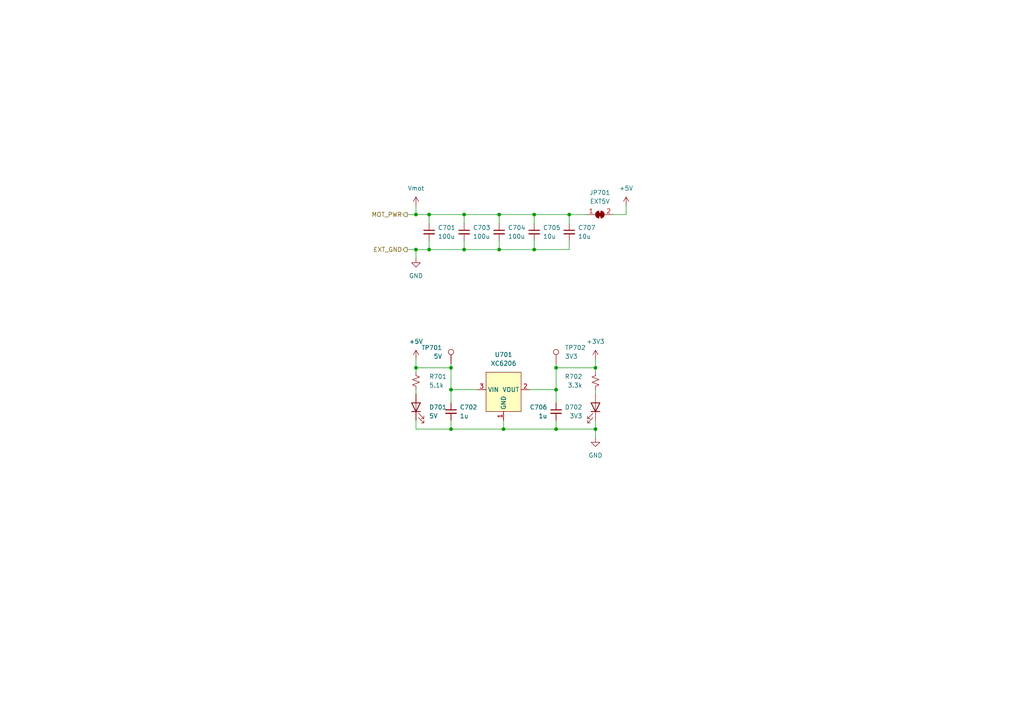
<source format=kicad_sch>
(kicad_sch (version 20230121) (generator eeschema)
  (paper "A4")
  (title_block (title "POWER SUPPLY & FILTERING") (date "2023-06-17") (rev "1.0") (company "matei repair lab"))
  (lib_symbols
    (symbol "Connector:TestPoint" (pin_numbers hide) (pin_names (offset 0.762) hide)
      (property "Reference" "TP" (at 0 6.858 0))
      (property "Value" "TestPoint" (at 0 5.08 0))
      (symbol "TestPoint_0_1"
        (circle (center 0 3.302) (radius 0.762))
      )
      (symbol "TestPoint_1_1"
        (pin passive line (at 0 0 90) (length 2.54) (name "1") (number "1"))
      )
    )
    (symbol "Device:C_Small" (pin_numbers hide) (pin_names (offset 0.254) hide)
      (property "Reference" "C" (at 0.254 1.778 0))
      (property "Value" "C_Small" (at 0.254 -2.032 0))
      (symbol "C_Small_0_1"
        (polyline (pts (xy -1.524 -0.508) (xy 1.524 -0.508)) (stroke (width 0.3302)))
        (polyline (pts (xy -1.524 0.508) (xy 1.524 0.508)) (stroke (width 0.3048)))
      )
      (symbol "C_Small_1_1"
        (pin passive line (at 0 2.54 270) (length 2.032) (name "~") (number "1"))
        (pin passive line (at 0 -2.54 90) (length 2.032) (name "~") (number "2"))
      )
    )
    (symbol "Device:LED" (pin_numbers hide) (pin_names (offset 1.016) hide)
      (property "Reference" "D" (at 0 2.54 0))
      (property "Value" "LED" (at 0 -2.54 0))
      (symbol "LED_0_1"
        (polyline (pts (xy -1.27 -1.27) (xy -1.27 1.27)) (stroke (width 0.254)))
        (polyline (pts (xy -1.27 0) (xy 1.27 0)))
        (polyline (pts (xy 1.27 -1.27) (xy 1.27 1.27) (xy -1.27 0) (xy 1.27 -1.27)) (stroke (width 0.254)))
        (polyline (pts (xy -3.048 -0.762) (xy -4.572 -2.286) (xy -3.81 -2.286) (xy -4.572 -2.286) (xy -4.572 -1.524)))
        (polyline (pts (xy -1.778 -0.762) (xy -3.302 -2.286) (xy -2.54 -2.286) (xy -3.302 -2.286) (xy -3.302 -1.524)))
      )
      (symbol "LED_1_1"
        (pin passive line (at -3.81 0 0) (length 2.54) (name "K") (number "1"))
        (pin passive line (at 3.81 0 180) (length 2.54) (name "A") (number "2"))
      )
    )
    (symbol "Device:R_Small_US" (pin_numbers hide) (pin_names (offset 0.254) hide)
      (property "Reference" "R" (at 0.762 0.508 0))
      (property "Value" "R_Small_US" (at 0.762 -1.016 0))
      (symbol "R_Small_US_1_1"
        (polyline (pts (xy 0 0) (xy 1.016 -0.381) (xy 0 -0.762) (xy -1.016 -1.143) (xy 0 -1.524)))
        (polyline (pts (xy 0 1.524) (xy 1.016 1.143) (xy 0 0.762) (xy -1.016 0.381) (xy 0 0)))
        (pin passive line (at 0 2.54 270) (length 1.016) (name "~") (number "1"))
        (pin passive line (at 0 -2.54 90) (length 1.016) (name "~") (number "2"))
      )
    )
    (symbol "Jumper:SolderJumper_2_Bridged" (pin_names (offset 0) hide)
      (property "Reference" "JP701" (at 0 6.35 0))
      (property "Value" "EXT5V" (at 0 3.81 0))
      (symbol "SolderJumper_2_Bridged_0_1"
        (rectangle (start -0.508 0.508) (end 0.508 -0.508) (fill (type outline)))
        (arc (start -0.254 1.016) (mid -1.2656 0) (end -0.254 -1.016))
        (arc (start -0.254 1.016) (mid -1.2656 0) (end -0.254 -1.016) (fill (type outline)))
        (polyline (pts (xy -0.254 1.016) (xy -0.254 -1.016)))
        (polyline (pts (xy 0.254 1.016) (xy 0.254 -1.016)))
        (arc (start 0.254 -1.016) (mid 1.2656 0) (end 0.254 1.016))
        (arc (start 0.254 -1.016) (mid 1.2656 0) (end 0.254 1.016) (fill (type outline)))
      )
      (symbol "SolderJumper_2_Bridged_1_1"
        (pin passive line (at -3.81 0 0) (length 2.54) (name "A") (number "1"))
        (pin power_out line (at 3.81 0 180) (length 2.54) (name "B") (number "2"))
      )
    )
    (symbol "matei:Vmot" (power) (pin_names (offset 0))
      (property "Value" "Vmot" (at 0 3.81 0))
      (symbol "Vmot_0_1"
        (polyline (pts (xy -0.762 1.27) (xy 0 2.54)))
        (polyline (pts (xy 0 0) (xy 0 2.54)))
        (polyline (pts (xy 0 2.54) (xy 0.762 1.27)))
      )
      (symbol "Vmot_1_1"
        (pin power_in line (at 0 0 90) (length 0) hide (name "Vmot") (number "1"))
      )
    )
    (symbol "matei:XC6206"
      (property "Reference" "U" (at -3.81 6.35 0))
      (property "Value" "XC6206" (at 0 2.54 0))
      (symbol "XC6206_0_1"
        (rectangle (start -5.08 5.08) (end 5.08 -6.35) (stroke (width 0.1524)) (fill (type background)))
      )
      (symbol "XC6206_1_1"
        (pin power_out line (at 0 -8.89 90) (length 2.54) (name "GND") (number "1"))
        (pin power_out line (at 7.62 0 180) (length 2.54) (name "VOUT") (number "2"))
        (pin power_in line (at -7.62 0 0) (length 2.54) (name "VIN") (number "3"))
      )
    )
    (symbol "power:+3V3" (power) (pin_names (offset 0))
      (property "Value" "+3V3" (at 0 3.556 0))
      (symbol "+3V3_0_1"
        (polyline (pts (xy -0.762 1.27) (xy 0 2.54)))
        (polyline (pts (xy 0 0) (xy 0 2.54)))
        (polyline (pts (xy 0 2.54) (xy 0.762 1.27)))
      )
      (symbol "+3V3_1_1"
        (pin power_in line (at 0 0 90) (length 0) hide (name "+3V3") (number "1"))
      )
    )
    (symbol "power:+5V" (power) (pin_names (offset 0))
      (property "Value" "+5V" (at 0 3.556 0))
      (symbol "+5V_0_1"
        (polyline (pts (xy -0.762 1.27) (xy 0 2.54)))
        (polyline (pts (xy 0 0) (xy 0 2.54)))
        (polyline (pts (xy 0 2.54) (xy 0.762 1.27)))
      )
      (symbol "+5V_1_1"
        (pin power_in line (at 0 0 90) (length 0) hide (name "+5V") (number "1"))
      )
    )
    (symbol "power:GND" (power) (pin_names (offset 0))
      (property "Value" "GND" (at 0 -3.81 0))
      (symbol "GND_0_1"
        (polyline (pts (xy 0 0) (xy 0 -1.27) (xy 1.27 -1.27) (xy 0 -2.54) (xy -1.27 -1.27) (xy 0 -1.27)))
      )
      (symbol "GND_1_1"
        (pin power_in line (at 0 0 270) (length 0) hide (name "GND") (number "1"))
      )
    )
  )
  (junction (at 144.78 62.23))
  (junction (at 124.46 62.23))
  (junction (at 130.81 124.46))
  (junction (at 161.29 113.03))
  (junction (at 130.81 106.68))
  (junction (at 154.94 72.39))
  (junction (at 134.62 72.39))
  (junction (at 120.65 106.68))
  (junction (at 161.29 124.46))
  (junction (at 144.78 72.39))
  (junction (at 124.46 72.39))
  (junction (at 130.81 113.03))
  (junction (at 120.65 72.39))
  (junction (at 154.94 62.23))
  (junction (at 172.72 124.46))
  (junction (at 172.72 106.68))
  (junction (at 134.62 62.23))
  (junction (at 146.05 124.46))
  (junction (at 120.65 62.23))
  (junction (at 165.1 62.23))
  (junction (at 161.29 106.68))
  (wire (pts (xy 161.29 121.92) (xy 161.29 124.46)))
  (wire (pts (xy 130.81 124.46) (xy 146.05 124.46)))
  (wire (pts (xy 124.46 62.23) (xy 134.62 62.23)))
  (wire (pts (xy 161.29 113.03) (xy 161.29 116.84)))
  (wire (pts (xy 124.46 69.85) (xy 124.46 72.39)))
  (wire (pts (xy 130.81 106.68) (xy 130.81 113.03)))
  (wire (pts (xy 120.65 106.68) (xy 120.65 107.95)))
  (wire (pts (xy 120.65 121.92) (xy 120.65 124.46)))
  (wire (pts (xy 154.94 62.23) (xy 154.94 64.77)))
  (wire (pts (xy 120.65 124.46) (xy 130.81 124.46)))
  (wire (pts (xy 154.94 69.85) (xy 154.94 72.39)))
  (wire (pts (xy 161.29 106.68) (xy 161.29 113.03)))
  (wire (pts (xy 144.78 62.23) (xy 144.78 64.77)))
  (wire (pts (xy 134.62 72.39) (xy 144.78 72.39)))
  (wire (pts (xy 161.29 105.41) (xy 161.29 106.68)))
  (wire (pts (xy 165.1 69.85) (xy 165.1 72.39)))
  (wire (pts (xy 146.05 121.92) (xy 146.05 124.46)))
  (wire (pts (xy 144.78 62.23) (xy 154.94 62.23)))
  (wire (pts (xy 130.81 105.41) (xy 130.81 106.68)))
  (wire (pts (xy 118.11 72.39) (xy 120.65 72.39)))
  (wire (pts (xy 124.46 62.23) (xy 124.46 64.77)))
  (wire (pts (xy 120.65 72.39) (xy 120.65 74.93)))
  (wire (pts (xy 172.72 121.92) (xy 172.72 124.46)))
  (wire (pts (xy 120.65 104.14) (xy 120.65 106.68)))
  (wire (pts (xy 130.81 106.68) (xy 120.65 106.68)))
  (wire (pts (xy 120.65 113.03) (xy 120.65 114.3)))
  (wire (pts (xy 144.78 72.39) (xy 154.94 72.39)))
  (wire (pts (xy 177.8 62.23) (xy 181.61 62.23)))
  (wire (pts (xy 134.62 62.23) (xy 134.62 64.77)))
  (wire (pts (xy 165.1 62.23) (xy 165.1 64.77)))
  (wire (pts (xy 161.29 106.68) (xy 172.72 106.68)))
  (wire (pts (xy 172.72 124.46) (xy 161.29 124.46)))
  (wire (pts (xy 120.65 59.69) (xy 120.65 62.23)))
  (wire (pts (xy 172.72 113.03) (xy 172.72 114.3)))
  (wire (pts (xy 138.43 113.03) (xy 130.81 113.03)))
  (wire (pts (xy 165.1 62.23) (xy 170.18 62.23)))
  (wire (pts (xy 146.05 124.46) (xy 161.29 124.46)))
  (wire (pts (xy 144.78 69.85) (xy 144.78 72.39)))
  (wire (pts (xy 153.67 113.03) (xy 161.29 113.03)))
  (wire (pts (xy 120.65 62.23) (xy 124.46 62.23)))
  (wire (pts (xy 120.65 62.23) (xy 118.11 62.23)))
  (wire (pts (xy 130.81 113.03) (xy 130.81 116.84)))
  (wire (pts (xy 172.72 124.46) (xy 172.72 127)))
  (wire (pts (xy 154.94 72.39) (xy 165.1 72.39)))
  (wire (pts (xy 120.65 72.39) (xy 124.46 72.39)))
  (wire (pts (xy 134.62 69.85) (xy 134.62 72.39)))
  (wire (pts (xy 154.94 62.23) (xy 165.1 62.23)))
  (wire (pts (xy 181.61 62.23) (xy 181.61 59.69)))
  (wire (pts (xy 130.81 121.92) (xy 130.81 124.46)))
  (wire (pts (xy 124.46 72.39) (xy 134.62 72.39)))
  (wire (pts (xy 172.72 106.68) (xy 172.72 107.95)))
  (wire (pts (xy 134.62 62.23) (xy 144.78 62.23)))
  (wire (pts (xy 172.72 104.14) (xy 172.72 106.68)))
  (hierarchical_label "EXT_GND" (shape output) (at 118.11 72.39 180))
  (hierarchical_label "MOT_PWR" (shape output) (at 118.11 62.23 180))
  (symbol (lib_id "Device:C_Small") (at 165.1 67.31 0) (unit 1)
    (property "Reference" "C707" (at 167.64 66.0463 0) (effects (justify left)))
    (property "Value" "10u" (at 167.64 68.5863 0) (effects (justify left)))
    (property "Footprint" "Capacitor_SMD:C_0402_1005Metric" (effects hide))
  )
  (symbol (lib_id "Device:R_Small_US") (at 172.72 110.49 0) (mirror y) (unit 1)
    (property "Reference" "R702" (at 168.91 109.22 0) (effects (justify left)))
    (property "Value" "3.3k" (at 168.91 111.76 0) (effects (justify left)))
    (property "Footprint" "Resistor_SMD:R_0402_1005Metric" (effects hide))
  )
  (symbol (lib_id "power:GND") (at 172.72 127 0) (unit 1)
    (property "Reference" "#PWR0705" (effects hide))
    (property "Value" "GND" (at 172.72 132.08 0))
  )
  (symbol (lib_id "Device:C_Small") (at 130.81 119.38 0) (unit 1)
    (property "Reference" "C702" (at 133.35 118.1163 0) (effects (justify left)))
    (property "Value" "1u" (at 133.35 120.6563 0) (effects (justify left)))
    (property "Footprint" "Capacitor_SMD:C_0402_1005Metric" (effects hide))
  )
  (symbol (lib_id "matei:XC6206") (at 146.05 113.03 0) (unit 1)
    (property "Reference" "U701" (at 146.05 102.87 0))
    (property "Value" "XC6206" (at 146.05 105.41 0))
    (property "Footprint" "Package_TO_SOT_SMD:SOT-23" (effects hide))
    (property "Datasheet" "https://datasheet.lcsc.com/lcsc/1809201513_Torex-Semicon-XC6206P332MR_C5446.pdf" (effects hide))
  )
  (symbol (lib_id "Device:C_Small") (at 161.29 119.38 0) (mirror y) (unit 1)
    (property "Reference" "C706" (at 158.75 118.1163 0) (effects (justify left)))
    (property "Value" "1u" (at 158.75 120.6563 0) (effects (justify left)))
    (property "Footprint" "Capacitor_SMD:C_0402_1005Metric" (effects hide))
  )
  (symbol (lib_id "Device:C_Small") (at 144.78 67.31 0) (unit 1)
    (property "Reference" "C704" (at 147.32 66.0463 0) (effects (justify left)))
    (property "Value" "100u" (at 147.32 68.5863 0) (effects (justify left)))
    (property "Footprint" "Capacitor_SMD:C_1206_3216Metric" (effects hide))
  )
  (symbol (lib_id "Device:LED") (at 172.72 118.11 270) (mirror x) (unit 1)
    (property "Reference" "D702" (at 168.91 118.11 90) (effects (justify right)))
    (property "Value" "3V3" (at 168.91 120.65 90) (effects (justify right)))
    (property "Footprint" "Diode_SMD:D_0603_1608Metric" (effects hide))
  )
  (symbol (lib_id "Device:R_Small_US") (at 120.65 110.49 0) (unit 1)
    (property "Reference" "R701" (at 124.46 109.22 0) (effects (justify left)))
    (property "Value" "5.1k" (at 124.46 111.76 0) (effects (justify left)))
    (property "Footprint" "Resistor_SMD:R_0402_1005Metric" (effects hide))
  )
  (symbol (lib_id "Connector:TestPoint") (at 130.81 105.41 0) (mirror y) (unit 1)
    (property "Reference" "TP701" (at 128.27 100.838 0) (effects (justify left)))
    (property "Value" "5V" (at 128.27 103.378 0) (effects (justify left)))
    (property "Footprint" "TestPoint:TestPoint_Pad_D1.0mm" (effects hide))
  )
  (symbol (lib_id "Device:LED") (at 120.65 118.11 90) (unit 1)
    (property "Reference" "D701" (at 124.46 118.11 90) (effects (justify right)))
    (property "Value" "5V" (at 124.46 120.65 90) (effects (justify right)))
    (property "Footprint" "Diode_SMD:D_0603_1608Metric" (effects hide))
  )
  (symbol (lib_id "power:GND") (at 120.65 74.93 0) (unit 1)
    (property "Reference" "#PWR0702" (effects hide))
    (property "Value" "GND" (at 120.65 80.01 0))
  )
  (symbol (lib_id "matei:Vmot") (at 120.65 59.69 0) (unit 1)
    (property "Reference" "#PWR0701" (effects hide))
    (property "Value" "Vmot" (at 120.65 54.61 0))
  )
  (symbol (lib_id "Jumper:SolderJumper_2_Bridged") (at 173.99 62.23 0) (unit 1) (in_bom no)
    (property "Reference" "JP701" (at 173.99 55.88 0))
    (property "Value" "EXT5V" (at 173.99 58.42 0))
    (property "Footprint" "Jumper:SolderJumper-2_P1.3mm_Bridged_RoundedPad1.0x1.5mm" (effects hide))
  )
  (symbol (lib_id "power:+5V") (at 120.65 104.14 0) (unit 1)
    (property "Reference" "#PWR0703" (effects hide))
    (property "Value" "+5V" (at 120.65 99.06 0))
  )
  (symbol (lib_id "power:+5V") (at 181.61 59.69 0) (unit 1)
    (property "Reference" "#PWR0706" (effects hide))
    (property "Value" "+5V" (at 181.61 54.61 0))
  )
  (symbol (lib_id "Connector:TestPoint") (at 161.29 105.41 0) (unit 1)
    (property "Reference" "TP702" (at 163.83 100.838 0) (effects (justify left)))
    (property "Value" "3V3" (at 163.83 103.378 0) (effects (justify left)))
    (property "Footprint" "TestPoint:TestPoint_Pad_D1.0mm" (effects hide))
  )
  (symbol (lib_id "Device:C_Small") (at 134.62 67.31 0) (unit 1)
    (property "Reference" "C703" (at 137.16 66.0463 0) (effects (justify left)))
    (property "Value" "100u" (at 137.16 68.5863 0) (effects (justify left)))
    (property "Footprint" "Capacitor_SMD:C_1206_3216Metric" (effects hide))
  )
  (symbol (lib_id "Device:C_Small") (at 124.46 67.31 0) (unit 1)
    (property "Reference" "C701" (at 127 66.0463 0) (effects (justify left)))
    (property "Value" "100u" (at 127 68.5863 0) (effects (justify left)))
    (property "Footprint" "Capacitor_SMD:C_1206_3216Metric" (effects hide))
  )
  (symbol (lib_id "Device:C_Small") (at 154.94 67.31 0) (unit 1)
    (property "Reference" "C705" (at 157.48 66.0463 0) (effects (justify left)))
    (property "Value" "10u" (at 157.48 68.5863 0) (effects (justify left)))
    (property "Footprint" "Capacitor_SMD:C_0402_1005Metric" (effects hide))
  )
  (symbol (lib_id "power:+3V3") (at 172.72 104.14 0) (unit 1)
    (property "Reference" "#PWR0704" (effects hide))
    (property "Value" "+3V3" (at 172.72 99.06 0))
  )
)
</source>
